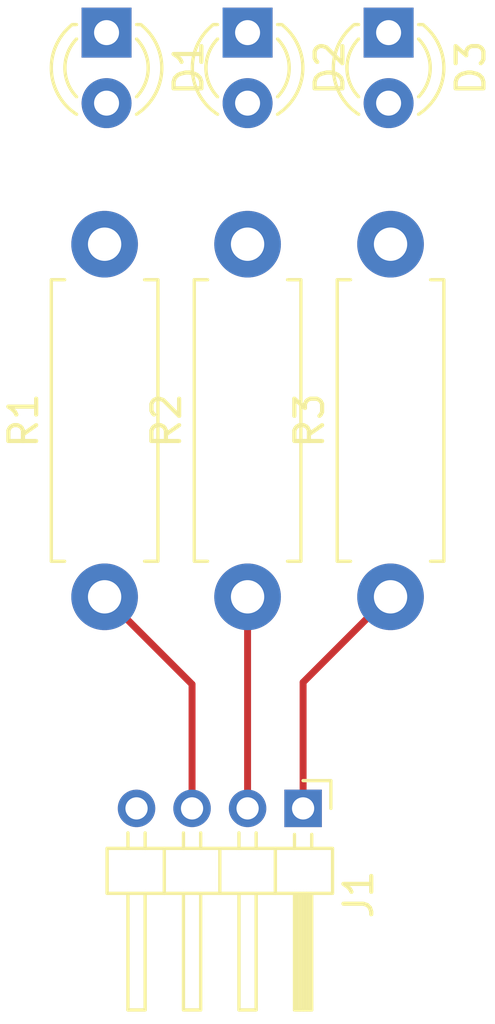
<source format=kicad_pcb>
(kicad_pcb (version 20221018) (generator pcbnew)
  (layers (0 "F.Cu" signal) (31 "B.Cu" signal) (34 "B.Paste" user) (35 "F.Paste" user) (36 "B.SilkS" user "B.Silkscreen") (37 "F.SilkS" user "F.Silkscreen") (38 "B.Mask" user) (39 "F.Mask" user) (44 "Edge.Cuts" user))
  (net 0 "")
  (net 1 "Net-(D1-K)")
  (net 2 "Net-(D1-A)")
  (net 3 "Net-(D2-A)")
  (net 4 "Net-(D3-A)")
  (net 5 "Net-(J1-Pin_1)")
  (net 6 "Net-(J1-Pin_2)")
  (net 7 "Net-(J1-Pin_3)")
  (footprint "LED_THT:LED_D3.0mm" (layer "F.Cu") (at 162.56 76.2 -90)
    (fp_text reference "D1" (at 1.27 -2.96 90) (layer "F.SilkS"))
    (fp_text value "LED")
    (fp_line (start -0.29 -1.236) (end -0.29 -1.08) (stroke (width 0.12)) (layer "F.SilkS"))
    (fp_line (start -0.29 1.08) (end -0.29 1.236) (stroke (width 0.12)) (layer "F.SilkS"))
    (fp_arc (start -0.29 -1.235516) (mid 1.366487 -1.987659) (end 2.942335 -1.078608) (stroke (width 0.12)) (layer "F.SilkS"))
    (fp_arc (start 0.229039 -1.08) (mid 1.270117 -1.5) (end 2.31113 -1.079837) (stroke (width 0.12)) (layer "F.SilkS"))
    (fp_arc (start 2.31113 1.079837) (mid 1.270117 1.5) (end 0.229039 1.08) (stroke (width 0.12)) (layer "F.SilkS"))
    (fp_arc (start 2.942335 1.078608) (mid 1.366487 1.987659) (end -0.29 1.235516) (stroke (width 0.12)) (layer "F.SilkS"))
    (pad "1" thru_hole rect (at 0 0 270) (size 1.8 1.8) (drill 0.9) (layers "*.Cu" "*.Mask") (net 1 "Net-(D1-K)"))
    (pad "2" thru_hole circle (at 2.54 0 270) (size 1.8 1.8) (drill 0.9) (layers "*.Cu" "*.Mask") (net 2 "Net-(D1-A)"))
  )
  (footprint "Connector_PinHeader_2.00mm:PinHeader_1x04_P2.00mm_Horizontal" (layer "F.Cu") (at 169.64 104.14 -90)
    (fp_text reference "J1" (at 3.1 -2 90) (layer "F.SilkS"))
    (fp_text value "Conn_01x04")
    (fp_line (start -1 -1) (end 0 -1) (stroke (width 0.12)) (layer "F.SilkS"))
    (fp_line (start -1 0) (end -1 -1) (stroke (width 0.12)) (layer "F.SilkS"))
    (fp_line (start 0.882114 1.69) (end 1.44 1.69) (stroke (width 0.12)) (layer "F.SilkS"))
    (fp_line (start 0.882114 2.31) (end 1.44 2.31) (stroke (width 0.12)) (layer "F.SilkS"))
    (fp_line (start 0.882114 3.69) (end 1.44 3.69) (stroke (width 0.12)) (layer "F.SilkS"))
    (fp_line (start 0.882114 4.31) (end 1.44 4.31) (stroke (width 0.12)) (layer "F.SilkS"))
    (fp_line (start 0.882114 5.69) (end 1.44 5.69) (stroke (width 0.12)) (layer "F.SilkS"))
    (fp_line (start 0.882114 6.31) (end 1.44 6.31) (stroke (width 0.12)) (layer "F.SilkS"))
    (fp_line (start 0.935 -0.31) (end 1.44 -0.31) (stroke (width 0.12)) (layer "F.SilkS"))
    (fp_line (start 0.935 0.31) (end 1.44 0.31) (stroke (width 0.12)) (layer "F.SilkS"))
    (fp_line (start 1.44 -1.06) (end 1.44 7.06) (stroke (width 0.12)) (layer "F.SilkS"))
    (fp_line (start 1.44 1) (end 3.06 1) (stroke (width 0.12)) (layer "F.SilkS"))
    (fp_line (start 1.44 3) (end 3.06 3) (stroke (width 0.12)) (layer "F.SilkS"))
    (fp_line (start 1.44 5) (end 3.06 5) (stroke (width 0.12)) (layer "F.SilkS"))
    (fp_line (start 1.44 7.06) (end 3.06 7.06) (stroke (width 0.12)) (layer "F.SilkS"))
    (fp_line (start 3.06 -1.06) (end 1.44 -1.06) (stroke (width 0.12)) (layer "F.SilkS"))
    (fp_line (start 3.06 -0.31) (end 7.26 -0.31) (stroke (width 0.12)) (layer "F.SilkS"))
    (fp_line (start 3.06 -0.25) (end 7.26 -0.25) (stroke (width 0.12)) (layer "F.SilkS"))
    (fp_line (start 3.06 -0.13) (end 7.26 -0.13) (stroke (width 0.12)) (layer "F.SilkS"))
    (fp_line (start 3.06 -0.01) (end 7.26 -0.01) (stroke (width 0.12)) (layer "F.SilkS"))
    (fp_line (start 3.06 0.11) (end 7.26 0.11) (stroke (width 0.12)) (layer "F.SilkS"))
    (fp_line (start 3.06 0.23) (end 7.26 0.23) (stroke (width 0.12)) (layer "F.SilkS"))
    (fp_line (start 3.06 1.69) (end 7.26 1.69) (stroke (width 0.12)) (layer "F.SilkS"))
    (fp_line (start 3.06 3.69) (end 7.26 3.69) (stroke (width 0.12)) (layer "F.SilkS"))
    (fp_line (start 3.06 5.69) (end 7.26 5.69) (stroke (width 0.12)) (layer "F.SilkS"))
    (fp_line (start 3.06 7.06) (end 3.06 -1.06) (stroke (width 0.12)) (layer "F.SilkS"))
    (fp_line (start 7.26 -0.31) (end 7.26 0.31) (stroke (width 0.12)) (layer "F.SilkS"))
    (fp_line (start 7.26 0.31) (end 3.06 0.31) (stroke (width 0.12)) (layer "F.SilkS"))
    (fp_line (start 7.26 1.69) (end 7.26 2.31) (stroke (width 0.12)) (layer "F.SilkS"))
    (fp_line (start 7.26 2.31) (end 3.06 2.31) (stroke (width 0.12)) (layer "F.SilkS"))
    (fp_line (start 7.26 3.69) (end 7.26 4.31) (stroke (width 0.12)) (layer "F.SilkS"))
    (fp_line (start 7.26 4.31) (end 3.06 4.31) (stroke (width 0.12)) (layer "F.SilkS"))
    (fp_line (start 7.26 5.69) (end 7.26 6.31) (stroke (width 0.12)) (layer "F.SilkS"))
    (fp_line (start 7.26 6.31) (end 3.06 6.31) (stroke (width 0.12)) (layer "F.SilkS"))
    (pad "1" thru_hole rect (at 0 0 270) (size 1.35 1.35) (drill 0.8) (layers "*.Cu" "*.Mask") (net 5 "Net-(J1-Pin_1)"))
    (pad "2" thru_hole oval (at 0 2 270) (size 1.35 1.35) (drill 0.8) (layers "*.Cu" "*.Mask") (net 6 "Net-(J1-Pin_2)"))
    (pad "3" thru_hole oval (at 0 4 270) (size 1.35 1.35) (drill 0.8) (layers "*.Cu" "*.Mask") (net 7 "Net-(J1-Pin_3)"))
    (pad "4" thru_hole oval (at 0 6 270) (size 1.35 1.35) (drill 0.8) (layers "*.Cu" "*.Mask") (net 1 "Net-(D1-K)"))
  )
  (footprint "Resistor_THT:R_Axial_DIN0411_L9.9mm_D3.6mm_P12.70mm_Horizontal" (layer "F.Cu") (at 162.49 96.52 90)
    (fp_text reference "R1" (at 6.35 -2.92 90) (layer "F.SilkS"))
    (fp_text value "R")
    (fp_line (start 1.28 -1.92) (end 11.42 -1.92) (stroke (width 0.12)) (layer "F.SilkS"))
    (fp_line (start 1.28 -1.44) (end 1.28 -1.92) (stroke (width 0.12)) (layer "F.SilkS"))
    (fp_line (start 1.28 1.44) (end 1.28 1.92) (stroke (width 0.12)) (layer "F.SilkS"))
    (fp_line (start 1.28 1.92) (end 11.42 1.92) (stroke (width 0.12)) (layer "F.SilkS"))
    (fp_line (start 11.42 -1.92) (end 11.42 -1.44) (stroke (width 0.12)) (layer "F.SilkS"))
    (fp_line (start 11.42 1.92) (end 11.42 1.44) (stroke (width 0.12)) (layer "F.SilkS"))
    (pad "1" thru_hole circle (at 0 0 90) (size 2.4 2.4) (drill 1.2) (layers "*.Cu" "*.Mask") (net 7 "Net-(J1-Pin_3)"))
    (pad "2" thru_hole oval (at 12.7 0 90) (size 2.4 2.4) (drill 1.2) (layers "*.Cu" "*.Mask") (net 4 "Net-(D3-A)"))
  )
  (footprint "Resistor_THT:R_Axial_DIN0411_L9.9mm_D3.6mm_P12.70mm_Horizontal" (layer "F.Cu") (at 167.64 96.52 90)
    (fp_text reference "R2" (at 6.35 -2.92 90) (layer "F.SilkS"))
    (fp_text value "R")
    (fp_line (start 1.28 -1.92) (end 11.42 -1.92) (stroke (width 0.12)) (layer "F.SilkS"))
    (fp_line (start 1.28 -1.44) (end 1.28 -1.92) (stroke (width 0.12)) (layer "F.SilkS"))
    (fp_line (start 1.28 1.44) (end 1.28 1.92) (stroke (width 0.12)) (layer "F.SilkS"))
    (fp_line (start 1.28 1.92) (end 11.42 1.92) (stroke (width 0.12)) (layer "F.SilkS"))
    (fp_line (start 11.42 -1.92) (end 11.42 -1.44) (stroke (width 0.12)) (layer "F.SilkS"))
    (fp_line (start 11.42 1.92) (end 11.42 1.44) (stroke (width 0.12)) (layer "F.SilkS"))
    (pad "1" thru_hole circle (at 0 0 90) (size 2.4 2.4) (drill 1.2) (layers "*.Cu" "*.Mask") (net 6 "Net-(J1-Pin_2)"))
    (pad "2" thru_hole oval (at 12.7 0 90) (size 2.4 2.4) (drill 1.2) (layers "*.Cu" "*.Mask") (net 3 "Net-(D2-A)"))
  )
  (footprint "LED_THT:LED_D3.0mm" (layer "F.Cu") (at 167.64 76.2 -90)
    (fp_text reference "D2" (at 1.27 -2.96 90) (layer "F.SilkS"))
    (fp_text value "LED")
    (fp_line (start -0.29 -1.236) (end -0.29 -1.08) (stroke (width 0.12)) (layer "F.SilkS"))
    (fp_line (start -0.29 1.08) (end -0.29 1.236) (stroke (width 0.12)) (layer "F.SilkS"))
    (fp_arc (start -0.29 -1.235516) (mid 1.366487 -1.987659) (end 2.942335 -1.078608) (stroke (width 0.12)) (layer "F.SilkS"))
    (fp_arc (start 0.229039 -1.08) (mid 1.270117 -1.5) (end 2.31113 -1.079837) (stroke (width 0.12)) (layer "F.SilkS"))
    (fp_arc (start 2.31113 1.079837) (mid 1.270117 1.5) (end 0.229039 1.08) (stroke (width 0.12)) (layer "F.SilkS"))
    (fp_arc (start 2.942335 1.078608) (mid 1.366487 1.987659) (end -0.29 1.235516) (stroke (width 0.12)) (layer "F.SilkS"))
    (pad "1" thru_hole rect (at 0 0 270) (size 1.8 1.8) (drill 0.9) (layers "*.Cu" "*.Mask") (net 1 "Net-(D1-K)"))
    (pad "2" thru_hole circle (at 2.54 0 270) (size 1.8 1.8) (drill 0.9) (layers "*.Cu" "*.Mask") (net 3 "Net-(D2-A)"))
  )
  (footprint "LED_THT:LED_D3.0mm" (layer "F.Cu") (at 172.72 76.2 -90)
    (fp_text reference "D3" (at 1.27 -2.96 90) (layer "F.SilkS"))
    (fp_text value "LED")
    (fp_line (start -0.29 -1.236) (end -0.29 -1.08) (stroke (width 0.12)) (layer "F.SilkS"))
    (fp_line (start -0.29 1.08) (end -0.29 1.236) (stroke (width 0.12)) (layer "F.SilkS"))
    (fp_arc (start -0.29 -1.235516) (mid 1.366487 -1.987659) (end 2.942335 -1.078608) (stroke (width 0.12)) (layer "F.SilkS"))
    (fp_arc (start 0.229039 -1.08) (mid 1.270117 -1.5) (end 2.31113 -1.079837) (stroke (width 0.12)) (layer "F.SilkS"))
    (fp_arc (start 2.31113 1.079837) (mid 1.270117 1.5) (end 0.229039 1.08) (stroke (width 0.12)) (layer "F.SilkS"))
    (fp_arc (start 2.942335 1.078608) (mid 1.366487 1.987659) (end -0.29 1.235516) (stroke (width 0.12)) (layer "F.SilkS"))
    (pad "1" thru_hole rect (at 0 0 270) (size 1.8 1.8) (drill 0.9) (layers "*.Cu" "*.Mask") (net 1 "Net-(D1-K)"))
    (pad "2" thru_hole circle (at 2.54 0 270) (size 1.8 1.8) (drill 0.9) (layers "*.Cu" "*.Mask") (net 4 "Net-(D3-A)"))
  )
  (footprint "Resistor_THT:R_Axial_DIN0411_L9.9mm_D3.6mm_P12.70mm_Horizontal" (layer "F.Cu") (at 172.79 96.52 90)
    (fp_text reference "R3" (at 6.35 -2.92 90) (layer "F.SilkS"))
    (fp_text value "R")
    (fp_line (start 1.28 -1.92) (end 11.42 -1.92) (stroke (width 0.12)) (layer "F.SilkS"))
    (fp_line (start 1.28 -1.44) (end 1.28 -1.92) (stroke (width 0.12)) (layer "F.SilkS"))
    (fp_line (start 1.28 1.44) (end 1.28 1.92) (stroke (width 0.12)) (layer "F.SilkS"))
    (fp_line (start 1.28 1.92) (end 11.42 1.92) (stroke (width 0.12)) (layer "F.SilkS"))
    (fp_line (start 11.42 -1.92) (end 11.42 -1.44) (stroke (width 0.12)) (layer "F.SilkS"))
    (fp_line (start 11.42 1.92) (end 11.42 1.44) (stroke (width 0.12)) (layer "F.SilkS"))
    (pad "1" thru_hole circle (at 0 0 90) (size 2.4 2.4) (drill 1.2) (layers "*.Cu" "*.Mask") (net 5 "Net-(J1-Pin_1)"))
    (pad "2" thru_hole oval (at 12.7 0 90) (size 2.4 2.4) (drill 1.2) (layers "*.Cu" "*.Mask") (net 2 "Net-(D1-A)"))
  )
  (segment (start 169.64 104.14) (end 169.64 99.6) (width 0.25) (layer "F.Cu") (net 5))
  (segment (start 169.64 99.6) (end 172.72 96.52) (width 0.25) (layer "F.Cu") (net 5))
  (segment (start 167.71 96.59) (end 167.64 96.52) (width 0.25) (layer "F.Cu") (net 6))
  (segment (start 167.64 104.14) (end 167.64 96.59) (width 0.25) (layer "F.Cu") (net 6))
  (segment (start 162.49 96.52) (end 165.64 99.67) (width 0.25) (layer "F.Cu") (net 7))
  (segment (start 165.64 99.67) (end 165.64 104.14) (width 0.25) (layer "F.Cu") (net 7))
)
</source>
